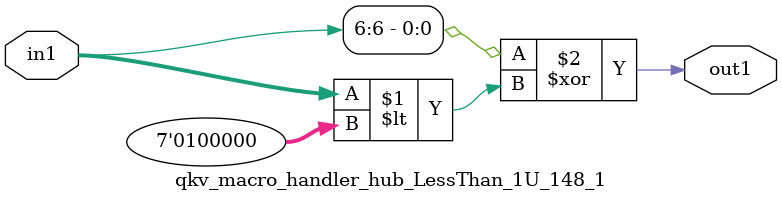
<source format=v>

`timescale 1ps / 1ps


module qkv_macro_handler_hub_LessThan_1U_148_1( in1, out1 );

    input [6:0] in1;
    output out1;

    
    // rtl_process:qkv_macro_handler_hub_LessThan_1U_148_1/qkv_macro_handler_hub_LessThan_1U_148_1_thread_1
    assign out1 = (in1[6] ^ in1 < 7'd032);

endmodule



</source>
